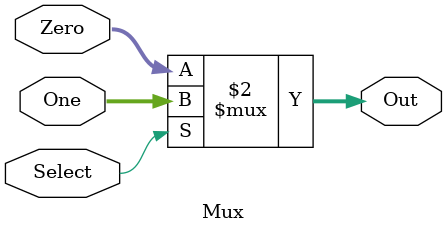
<source format=v>
module Mux(Zero, One, Select, Out);
	parameter n=64;
	input [n-1:0] Zero, One;
	input Select;
	output [n-1:0] Out;

	assign Out = (Select == 0) ? Zero : One;

endmodule
</source>
